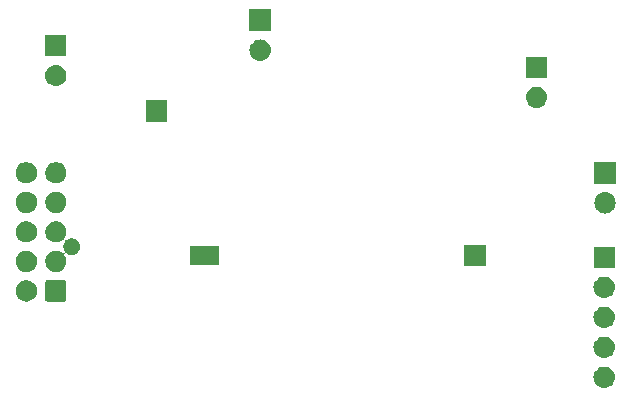
<source format=gbr>
G04 #@! TF.GenerationSoftware,KiCad,Pcbnew,5.1.0-unknown-03bce55~82~ubuntu18.04.1*
G04 #@! TF.CreationDate,2019-04-16T12:19:05-06:00*
G04 #@! TF.ProjectId,batteryMonitor,62617474-6572-4794-9d6f-6e69746f722e,rev?*
G04 #@! TF.SameCoordinates,Original*
G04 #@! TF.FileFunction,Soldermask,Bot*
G04 #@! TF.FilePolarity,Negative*
%FSLAX46Y46*%
G04 Gerber Fmt 4.6, Leading zero omitted, Abs format (unit mm)*
G04 Created by KiCad (PCBNEW 5.1.0-unknown-03bce55~82~ubuntu18.04.1) date 2019-04-16 12:19:05*
%MOMM*%
%LPD*%
G04 APERTURE LIST*
%ADD10C,0.100000*%
G04 APERTURE END LIST*
D10*
G36*
X142041522Y-90407398D02*
G01*
X142107707Y-90413917D01*
X142277546Y-90465437D01*
X142434071Y-90549102D01*
X142469809Y-90578432D01*
X142571266Y-90661694D01*
X142654528Y-90763151D01*
X142683858Y-90798889D01*
X142767523Y-90955414D01*
X142819043Y-91125253D01*
X142836439Y-91301880D01*
X142819043Y-91478507D01*
X142767523Y-91648346D01*
X142683858Y-91804871D01*
X142654528Y-91840609D01*
X142571266Y-91942066D01*
X142469809Y-92025328D01*
X142434071Y-92054658D01*
X142277546Y-92138323D01*
X142107707Y-92189843D01*
X142041523Y-92196361D01*
X141975340Y-92202880D01*
X141886820Y-92202880D01*
X141820637Y-92196361D01*
X141754453Y-92189843D01*
X141584614Y-92138323D01*
X141428089Y-92054658D01*
X141392351Y-92025328D01*
X141290894Y-91942066D01*
X141207632Y-91840609D01*
X141178302Y-91804871D01*
X141094637Y-91648346D01*
X141043117Y-91478507D01*
X141025721Y-91301880D01*
X141043117Y-91125253D01*
X141094637Y-90955414D01*
X141178302Y-90798889D01*
X141207632Y-90763151D01*
X141290894Y-90661694D01*
X141392351Y-90578432D01*
X141428089Y-90549102D01*
X141584614Y-90465437D01*
X141754453Y-90413917D01*
X141820638Y-90407398D01*
X141886820Y-90400880D01*
X141975340Y-90400880D01*
X142041522Y-90407398D01*
X142041522Y-90407398D01*
G37*
G36*
X142041523Y-87867399D02*
G01*
X142107707Y-87873917D01*
X142277546Y-87925437D01*
X142434071Y-88009102D01*
X142469809Y-88038432D01*
X142571266Y-88121694D01*
X142654528Y-88223151D01*
X142683858Y-88258889D01*
X142767523Y-88415414D01*
X142819043Y-88585253D01*
X142836439Y-88761880D01*
X142819043Y-88938507D01*
X142767523Y-89108346D01*
X142683858Y-89264871D01*
X142654528Y-89300609D01*
X142571266Y-89402066D01*
X142469809Y-89485328D01*
X142434071Y-89514658D01*
X142277546Y-89598323D01*
X142107707Y-89649843D01*
X142041523Y-89656361D01*
X141975340Y-89662880D01*
X141886820Y-89662880D01*
X141820637Y-89656361D01*
X141754453Y-89649843D01*
X141584614Y-89598323D01*
X141428089Y-89514658D01*
X141392351Y-89485328D01*
X141290894Y-89402066D01*
X141207632Y-89300609D01*
X141178302Y-89264871D01*
X141094637Y-89108346D01*
X141043117Y-88938507D01*
X141025721Y-88761880D01*
X141043117Y-88585253D01*
X141094637Y-88415414D01*
X141178302Y-88258889D01*
X141207632Y-88223151D01*
X141290894Y-88121694D01*
X141392351Y-88038432D01*
X141428089Y-88009102D01*
X141584614Y-87925437D01*
X141754453Y-87873917D01*
X141820637Y-87867399D01*
X141886820Y-87860880D01*
X141975340Y-87860880D01*
X142041523Y-87867399D01*
X142041523Y-87867399D01*
G37*
G36*
X142041522Y-85327398D02*
G01*
X142107707Y-85333917D01*
X142277546Y-85385437D01*
X142434071Y-85469102D01*
X142469809Y-85498432D01*
X142571266Y-85581694D01*
X142654528Y-85683151D01*
X142683858Y-85718889D01*
X142767523Y-85875414D01*
X142819043Y-86045253D01*
X142836439Y-86221880D01*
X142819043Y-86398507D01*
X142767523Y-86568346D01*
X142683858Y-86724871D01*
X142654528Y-86760609D01*
X142571266Y-86862066D01*
X142469809Y-86945328D01*
X142434071Y-86974658D01*
X142277546Y-87058323D01*
X142107707Y-87109843D01*
X142041522Y-87116362D01*
X141975340Y-87122880D01*
X141886820Y-87122880D01*
X141820638Y-87116362D01*
X141754453Y-87109843D01*
X141584614Y-87058323D01*
X141428089Y-86974658D01*
X141392351Y-86945328D01*
X141290894Y-86862066D01*
X141207632Y-86760609D01*
X141178302Y-86724871D01*
X141094637Y-86568346D01*
X141043117Y-86398507D01*
X141025721Y-86221880D01*
X141043117Y-86045253D01*
X141094637Y-85875414D01*
X141178302Y-85718889D01*
X141207632Y-85683151D01*
X141290894Y-85581694D01*
X141392351Y-85498432D01*
X141428089Y-85469102D01*
X141584614Y-85385437D01*
X141754453Y-85333917D01*
X141820638Y-85327398D01*
X141886820Y-85320880D01*
X141975340Y-85320880D01*
X142041522Y-85327398D01*
X142041522Y-85327398D01*
G37*
G36*
X93110716Y-83088789D02*
G01*
X93264732Y-83119424D01*
X93428704Y-83187344D01*
X93576274Y-83285947D01*
X93701773Y-83411446D01*
X93800376Y-83559016D01*
X93868296Y-83722988D01*
X93902920Y-83897059D01*
X93902920Y-84074541D01*
X93868296Y-84248612D01*
X93800376Y-84412584D01*
X93701773Y-84560154D01*
X93576274Y-84685653D01*
X93428704Y-84784256D01*
X93264732Y-84852176D01*
X93116261Y-84881708D01*
X93090662Y-84886800D01*
X92913178Y-84886800D01*
X92887579Y-84881708D01*
X92739108Y-84852176D01*
X92575136Y-84784256D01*
X92427566Y-84685653D01*
X92302067Y-84560154D01*
X92203464Y-84412584D01*
X92135544Y-84248612D01*
X92100920Y-84074541D01*
X92100920Y-83897059D01*
X92135544Y-83722988D01*
X92203464Y-83559016D01*
X92302067Y-83411446D01*
X92427566Y-83285947D01*
X92575136Y-83187344D01*
X92739108Y-83119424D01*
X92893124Y-83088789D01*
X92913178Y-83084800D01*
X93090662Y-83084800D01*
X93110716Y-83088789D01*
X93110716Y-83088789D01*
G37*
G36*
X96260520Y-83088789D02*
G01*
X96293572Y-83098815D01*
X96324023Y-83115092D01*
X96350719Y-83137001D01*
X96372628Y-83163697D01*
X96388905Y-83194148D01*
X96398931Y-83227200D01*
X96402920Y-83267703D01*
X96402920Y-84703897D01*
X96398931Y-84744400D01*
X96388905Y-84777452D01*
X96372628Y-84807903D01*
X96350719Y-84834599D01*
X96324023Y-84856508D01*
X96293572Y-84872785D01*
X96260520Y-84882811D01*
X96220017Y-84886800D01*
X94783823Y-84886800D01*
X94743320Y-84882811D01*
X94710268Y-84872785D01*
X94679817Y-84856508D01*
X94653121Y-84834599D01*
X94631212Y-84807903D01*
X94614935Y-84777452D01*
X94604909Y-84744400D01*
X94600920Y-84703897D01*
X94600920Y-83267703D01*
X94604909Y-83227200D01*
X94614935Y-83194148D01*
X94631212Y-83163697D01*
X94653121Y-83137001D01*
X94679817Y-83115092D01*
X94710268Y-83098815D01*
X94743320Y-83088789D01*
X94783823Y-83084800D01*
X96220017Y-83084800D01*
X96260520Y-83088789D01*
X96260520Y-83088789D01*
G37*
G36*
X142041523Y-82787399D02*
G01*
X142107707Y-82793917D01*
X142277546Y-82845437D01*
X142434071Y-82929102D01*
X142469809Y-82958432D01*
X142571266Y-83041694D01*
X142631501Y-83115092D01*
X142683858Y-83178889D01*
X142767523Y-83335414D01*
X142819043Y-83505253D01*
X142836439Y-83681880D01*
X142819043Y-83858507D01*
X142767523Y-84028346D01*
X142683858Y-84184871D01*
X142654528Y-84220609D01*
X142571266Y-84322066D01*
X142469809Y-84405328D01*
X142434071Y-84434658D01*
X142277546Y-84518323D01*
X142107707Y-84569843D01*
X142041522Y-84576362D01*
X141975340Y-84582880D01*
X141886820Y-84582880D01*
X141820638Y-84576362D01*
X141754453Y-84569843D01*
X141584614Y-84518323D01*
X141428089Y-84434658D01*
X141392351Y-84405328D01*
X141290894Y-84322066D01*
X141207632Y-84220609D01*
X141178302Y-84184871D01*
X141094637Y-84028346D01*
X141043117Y-83858507D01*
X141025721Y-83681880D01*
X141043117Y-83505253D01*
X141094637Y-83335414D01*
X141178302Y-83178889D01*
X141230659Y-83115092D01*
X141290894Y-83041694D01*
X141392351Y-82958432D01*
X141428089Y-82929102D01*
X141584614Y-82845437D01*
X141754453Y-82793917D01*
X141820637Y-82787399D01*
X141886820Y-82780880D01*
X141975340Y-82780880D01*
X142041523Y-82787399D01*
X142041523Y-82787399D01*
G37*
G36*
X93115432Y-80589727D02*
G01*
X93264732Y-80619424D01*
X93428704Y-80687344D01*
X93576274Y-80785947D01*
X93701773Y-80911446D01*
X93800376Y-81059016D01*
X93868296Y-81222988D01*
X93902920Y-81397059D01*
X93902920Y-81574541D01*
X93868296Y-81748612D01*
X93800376Y-81912584D01*
X93701773Y-82060154D01*
X93576274Y-82185653D01*
X93428704Y-82284256D01*
X93264732Y-82352176D01*
X93115432Y-82381873D01*
X93090662Y-82386800D01*
X92913178Y-82386800D01*
X92888408Y-82381873D01*
X92739108Y-82352176D01*
X92575136Y-82284256D01*
X92427566Y-82185653D01*
X92302067Y-82060154D01*
X92203464Y-81912584D01*
X92135544Y-81748612D01*
X92100920Y-81574541D01*
X92100920Y-81397059D01*
X92135544Y-81222988D01*
X92203464Y-81059016D01*
X92302067Y-80911446D01*
X92427566Y-80785947D01*
X92575136Y-80687344D01*
X92739108Y-80619424D01*
X92888408Y-80589727D01*
X92913178Y-80584800D01*
X93090662Y-80584800D01*
X93115432Y-80589727D01*
X93115432Y-80589727D01*
G37*
G36*
X95615432Y-78089727D02*
G01*
X95764732Y-78119424D01*
X95928704Y-78187344D01*
X96076274Y-78285947D01*
X96201773Y-78411446D01*
X96300376Y-78559016D01*
X96368296Y-78722988D01*
X96402920Y-78897059D01*
X96402920Y-79074541D01*
X96368296Y-79248612D01*
X96300376Y-79412584D01*
X96300375Y-79412585D01*
X96236698Y-79507885D01*
X96225147Y-79529495D01*
X96218034Y-79552944D01*
X96215632Y-79577330D01*
X96218034Y-79601717D01*
X96225147Y-79625165D01*
X96236698Y-79646776D01*
X96252244Y-79665718D01*
X96271186Y-79681263D01*
X96292796Y-79692814D01*
X96316245Y-79699927D01*
X96340631Y-79702329D01*
X96365018Y-79699927D01*
X96388466Y-79692814D01*
X96410074Y-79681264D01*
X96509872Y-79614582D01*
X96509874Y-79614581D01*
X96637447Y-79561738D01*
X96772876Y-79534800D01*
X96910964Y-79534800D01*
X97046393Y-79561738D01*
X97173969Y-79614582D01*
X97288779Y-79691295D01*
X97386425Y-79788941D01*
X97463138Y-79903751D01*
X97515982Y-80031327D01*
X97542920Y-80166756D01*
X97542920Y-80304844D01*
X97515982Y-80440273D01*
X97463138Y-80567849D01*
X97386425Y-80682659D01*
X97288779Y-80780305D01*
X97173969Y-80857018D01*
X97046393Y-80909862D01*
X96910964Y-80936800D01*
X96772876Y-80936800D01*
X96637447Y-80909862D01*
X96509874Y-80857019D01*
X96509873Y-80857019D01*
X96509872Y-80857018D01*
X96410074Y-80790336D01*
X96388466Y-80778786D01*
X96365017Y-80771673D01*
X96340631Y-80769271D01*
X96316245Y-80771673D01*
X96292796Y-80778786D01*
X96271185Y-80790337D01*
X96252243Y-80805882D01*
X96236698Y-80824824D01*
X96225147Y-80846435D01*
X96218034Y-80869884D01*
X96215632Y-80894270D01*
X96218034Y-80918656D01*
X96225147Y-80942105D01*
X96236698Y-80963715D01*
X96300376Y-81059016D01*
X96368296Y-81222988D01*
X96402920Y-81397059D01*
X96402920Y-81574541D01*
X96368296Y-81748612D01*
X96300376Y-81912584D01*
X96201773Y-82060154D01*
X96076274Y-82185653D01*
X95928704Y-82284256D01*
X95764732Y-82352176D01*
X95615432Y-82381873D01*
X95590662Y-82386800D01*
X95413178Y-82386800D01*
X95388408Y-82381873D01*
X95239108Y-82352176D01*
X95075136Y-82284256D01*
X94927566Y-82185653D01*
X94802067Y-82060154D01*
X94703464Y-81912584D01*
X94635544Y-81748612D01*
X94600920Y-81574541D01*
X94600920Y-81397059D01*
X94635544Y-81222988D01*
X94703464Y-81059016D01*
X94802067Y-80911446D01*
X94927566Y-80785947D01*
X95075136Y-80687344D01*
X95239108Y-80619424D01*
X95388408Y-80589727D01*
X95413178Y-80584800D01*
X95590662Y-80584800D01*
X95615432Y-80589727D01*
X95764732Y-80619424D01*
X95928704Y-80687344D01*
X96076274Y-80785947D01*
X96076279Y-80785952D01*
X96077955Y-80787072D01*
X96099566Y-80798623D01*
X96123015Y-80805736D01*
X96147401Y-80808138D01*
X96171787Y-80805736D01*
X96195236Y-80798623D01*
X96216846Y-80787072D01*
X96235788Y-80771527D01*
X96251334Y-80752585D01*
X96262885Y-80730974D01*
X96269998Y-80707525D01*
X96272400Y-80683139D01*
X96269998Y-80658753D01*
X96262885Y-80635304D01*
X96251335Y-80613694D01*
X96232029Y-80584800D01*
X96220702Y-80567848D01*
X96205224Y-80530480D01*
X96167858Y-80440273D01*
X96140920Y-80304844D01*
X96140920Y-80166756D01*
X96167858Y-80031327D01*
X96220701Y-79903755D01*
X96220702Y-79903752D01*
X96251335Y-79857906D01*
X96262885Y-79836295D01*
X96269998Y-79812846D01*
X96272400Y-79788460D01*
X96269998Y-79764074D01*
X96262885Y-79740625D01*
X96251333Y-79719014D01*
X96235788Y-79700072D01*
X96216846Y-79684527D01*
X96195235Y-79672977D01*
X96171786Y-79665864D01*
X96147400Y-79663462D01*
X96123014Y-79665864D01*
X96099565Y-79672977D01*
X96077955Y-79684528D01*
X96076279Y-79685648D01*
X96076274Y-79685653D01*
X95928704Y-79784256D01*
X95764732Y-79852176D01*
X95615432Y-79881873D01*
X95590662Y-79886800D01*
X95413178Y-79886800D01*
X95388408Y-79881873D01*
X95239108Y-79852176D01*
X95075136Y-79784256D01*
X94927566Y-79685653D01*
X94802067Y-79560154D01*
X94703464Y-79412584D01*
X94635544Y-79248612D01*
X94600920Y-79074541D01*
X94600920Y-78897059D01*
X94635544Y-78722988D01*
X94703464Y-78559016D01*
X94802067Y-78411446D01*
X94927566Y-78285947D01*
X95075136Y-78187344D01*
X95239108Y-78119424D01*
X95388408Y-78089727D01*
X95413178Y-78084800D01*
X95590662Y-78084800D01*
X95615432Y-78089727D01*
X95615432Y-78089727D01*
G37*
G36*
X142832080Y-82042880D02*
G01*
X141030080Y-82042880D01*
X141030080Y-80240880D01*
X142832080Y-80240880D01*
X142832080Y-82042880D01*
X142832080Y-82042880D01*
G37*
G36*
X131901000Y-81901000D02*
G01*
X130099000Y-81901000D01*
X130099000Y-80099000D01*
X131901000Y-80099000D01*
X131901000Y-81901000D01*
X131901000Y-81901000D01*
G37*
G36*
X109301000Y-81801000D02*
G01*
X106899000Y-81801000D01*
X106899000Y-80199000D01*
X109301000Y-80199000D01*
X109301000Y-81801000D01*
X109301000Y-81801000D01*
G37*
G36*
X93115432Y-78089727D02*
G01*
X93264732Y-78119424D01*
X93428704Y-78187344D01*
X93576274Y-78285947D01*
X93701773Y-78411446D01*
X93800376Y-78559016D01*
X93868296Y-78722988D01*
X93902920Y-78897059D01*
X93902920Y-79074541D01*
X93868296Y-79248612D01*
X93800376Y-79412584D01*
X93701773Y-79560154D01*
X93576274Y-79685653D01*
X93428704Y-79784256D01*
X93264732Y-79852176D01*
X93115432Y-79881873D01*
X93090662Y-79886800D01*
X92913178Y-79886800D01*
X92888408Y-79881873D01*
X92739108Y-79852176D01*
X92575136Y-79784256D01*
X92427566Y-79685653D01*
X92302067Y-79560154D01*
X92203464Y-79412584D01*
X92135544Y-79248612D01*
X92100920Y-79074541D01*
X92100920Y-78897059D01*
X92135544Y-78722988D01*
X92203464Y-78559016D01*
X92302067Y-78411446D01*
X92427566Y-78285947D01*
X92575136Y-78187344D01*
X92739108Y-78119424D01*
X92888408Y-78089727D01*
X92913178Y-78084800D01*
X93090662Y-78084800D01*
X93115432Y-78089727D01*
X93115432Y-78089727D01*
G37*
G36*
X142110442Y-75645518D02*
G01*
X142176627Y-75652037D01*
X142346466Y-75703557D01*
X142502991Y-75787222D01*
X142538729Y-75816552D01*
X142640186Y-75899814D01*
X142723448Y-76001271D01*
X142752778Y-76037009D01*
X142836443Y-76193534D01*
X142887963Y-76363373D01*
X142905359Y-76540000D01*
X142887963Y-76716627D01*
X142836443Y-76886466D01*
X142752778Y-77042991D01*
X142723448Y-77078729D01*
X142640186Y-77180186D01*
X142538729Y-77263448D01*
X142502991Y-77292778D01*
X142346466Y-77376443D01*
X142176627Y-77427963D01*
X142110442Y-77434482D01*
X142044260Y-77441000D01*
X141955740Y-77441000D01*
X141889558Y-77434482D01*
X141823373Y-77427963D01*
X141653534Y-77376443D01*
X141497009Y-77292778D01*
X141461271Y-77263448D01*
X141359814Y-77180186D01*
X141276552Y-77078729D01*
X141247222Y-77042991D01*
X141163557Y-76886466D01*
X141112037Y-76716627D01*
X141094641Y-76540000D01*
X141112037Y-76363373D01*
X141163557Y-76193534D01*
X141247222Y-76037009D01*
X141276552Y-76001271D01*
X141359814Y-75899814D01*
X141461271Y-75816552D01*
X141497009Y-75787222D01*
X141653534Y-75703557D01*
X141823373Y-75652037D01*
X141889558Y-75645518D01*
X141955740Y-75639000D01*
X142044260Y-75639000D01*
X142110442Y-75645518D01*
X142110442Y-75645518D01*
G37*
G36*
X93115432Y-75589727D02*
G01*
X93264732Y-75619424D01*
X93428704Y-75687344D01*
X93576274Y-75785947D01*
X93701773Y-75911446D01*
X93800376Y-76059016D01*
X93868296Y-76222988D01*
X93902920Y-76397059D01*
X93902920Y-76574541D01*
X93868296Y-76748612D01*
X93800376Y-76912584D01*
X93701773Y-77060154D01*
X93576274Y-77185653D01*
X93428704Y-77284256D01*
X93264732Y-77352176D01*
X93115432Y-77381873D01*
X93090662Y-77386800D01*
X92913178Y-77386800D01*
X92888408Y-77381873D01*
X92739108Y-77352176D01*
X92575136Y-77284256D01*
X92427566Y-77185653D01*
X92302067Y-77060154D01*
X92203464Y-76912584D01*
X92135544Y-76748612D01*
X92100920Y-76574541D01*
X92100920Y-76397059D01*
X92135544Y-76222988D01*
X92203464Y-76059016D01*
X92302067Y-75911446D01*
X92427566Y-75785947D01*
X92575136Y-75687344D01*
X92739108Y-75619424D01*
X92888408Y-75589727D01*
X92913178Y-75584800D01*
X93090662Y-75584800D01*
X93115432Y-75589727D01*
X93115432Y-75589727D01*
G37*
G36*
X95615432Y-75589727D02*
G01*
X95764732Y-75619424D01*
X95928704Y-75687344D01*
X96076274Y-75785947D01*
X96201773Y-75911446D01*
X96300376Y-76059016D01*
X96368296Y-76222988D01*
X96402920Y-76397059D01*
X96402920Y-76574541D01*
X96368296Y-76748612D01*
X96300376Y-76912584D01*
X96201773Y-77060154D01*
X96076274Y-77185653D01*
X95928704Y-77284256D01*
X95764732Y-77352176D01*
X95615432Y-77381873D01*
X95590662Y-77386800D01*
X95413178Y-77386800D01*
X95388408Y-77381873D01*
X95239108Y-77352176D01*
X95075136Y-77284256D01*
X94927566Y-77185653D01*
X94802067Y-77060154D01*
X94703464Y-76912584D01*
X94635544Y-76748612D01*
X94600920Y-76574541D01*
X94600920Y-76397059D01*
X94635544Y-76222988D01*
X94703464Y-76059016D01*
X94802067Y-75911446D01*
X94927566Y-75785947D01*
X95075136Y-75687344D01*
X95239108Y-75619424D01*
X95388408Y-75589727D01*
X95413178Y-75584800D01*
X95590662Y-75584800D01*
X95615432Y-75589727D01*
X95615432Y-75589727D01*
G37*
G36*
X142901000Y-74901000D02*
G01*
X141099000Y-74901000D01*
X141099000Y-73099000D01*
X142901000Y-73099000D01*
X142901000Y-74901000D01*
X142901000Y-74901000D01*
G37*
G36*
X93115432Y-73089727D02*
G01*
X93264732Y-73119424D01*
X93428704Y-73187344D01*
X93576274Y-73285947D01*
X93701773Y-73411446D01*
X93800376Y-73559016D01*
X93868296Y-73722988D01*
X93902920Y-73897059D01*
X93902920Y-74074541D01*
X93868296Y-74248612D01*
X93800376Y-74412584D01*
X93701773Y-74560154D01*
X93576274Y-74685653D01*
X93428704Y-74784256D01*
X93264732Y-74852176D01*
X93115432Y-74881873D01*
X93090662Y-74886800D01*
X92913178Y-74886800D01*
X92888408Y-74881873D01*
X92739108Y-74852176D01*
X92575136Y-74784256D01*
X92427566Y-74685653D01*
X92302067Y-74560154D01*
X92203464Y-74412584D01*
X92135544Y-74248612D01*
X92100920Y-74074541D01*
X92100920Y-73897059D01*
X92135544Y-73722988D01*
X92203464Y-73559016D01*
X92302067Y-73411446D01*
X92427566Y-73285947D01*
X92575136Y-73187344D01*
X92739108Y-73119424D01*
X92888408Y-73089727D01*
X92913178Y-73084800D01*
X93090662Y-73084800D01*
X93115432Y-73089727D01*
X93115432Y-73089727D01*
G37*
G36*
X95615432Y-73089727D02*
G01*
X95764732Y-73119424D01*
X95928704Y-73187344D01*
X96076274Y-73285947D01*
X96201773Y-73411446D01*
X96300376Y-73559016D01*
X96368296Y-73722988D01*
X96402920Y-73897059D01*
X96402920Y-74074541D01*
X96368296Y-74248612D01*
X96300376Y-74412584D01*
X96201773Y-74560154D01*
X96076274Y-74685653D01*
X95928704Y-74784256D01*
X95764732Y-74852176D01*
X95615432Y-74881873D01*
X95590662Y-74886800D01*
X95413178Y-74886800D01*
X95388408Y-74881873D01*
X95239108Y-74852176D01*
X95075136Y-74784256D01*
X94927566Y-74685653D01*
X94802067Y-74560154D01*
X94703464Y-74412584D01*
X94635544Y-74248612D01*
X94600920Y-74074541D01*
X94600920Y-73897059D01*
X94635544Y-73722988D01*
X94703464Y-73559016D01*
X94802067Y-73411446D01*
X94927566Y-73285947D01*
X95075136Y-73187344D01*
X95239108Y-73119424D01*
X95388408Y-73089727D01*
X95413178Y-73084800D01*
X95590662Y-73084800D01*
X95615432Y-73089727D01*
X95615432Y-73089727D01*
G37*
G36*
X104901000Y-69651000D02*
G01*
X103099000Y-69651000D01*
X103099000Y-67849000D01*
X104901000Y-67849000D01*
X104901000Y-69651000D01*
X104901000Y-69651000D01*
G37*
G36*
X136310442Y-66705518D02*
G01*
X136376627Y-66712037D01*
X136546466Y-66763557D01*
X136702991Y-66847222D01*
X136738729Y-66876552D01*
X136840186Y-66959814D01*
X136923448Y-67061271D01*
X136952778Y-67097009D01*
X137036443Y-67253534D01*
X137087963Y-67423373D01*
X137105359Y-67600000D01*
X137087963Y-67776627D01*
X137036443Y-67946466D01*
X136952778Y-68102991D01*
X136923448Y-68138729D01*
X136840186Y-68240186D01*
X136738729Y-68323448D01*
X136702991Y-68352778D01*
X136546466Y-68436443D01*
X136376627Y-68487963D01*
X136310442Y-68494482D01*
X136244260Y-68501000D01*
X136155740Y-68501000D01*
X136089558Y-68494482D01*
X136023373Y-68487963D01*
X135853534Y-68436443D01*
X135697009Y-68352778D01*
X135661271Y-68323448D01*
X135559814Y-68240186D01*
X135476552Y-68138729D01*
X135447222Y-68102991D01*
X135363557Y-67946466D01*
X135312037Y-67776627D01*
X135294641Y-67600000D01*
X135312037Y-67423373D01*
X135363557Y-67253534D01*
X135447222Y-67097009D01*
X135476552Y-67061271D01*
X135559814Y-66959814D01*
X135661271Y-66876552D01*
X135697009Y-66847222D01*
X135853534Y-66763557D01*
X136023373Y-66712037D01*
X136089558Y-66705518D01*
X136155740Y-66699000D01*
X136244260Y-66699000D01*
X136310442Y-66705518D01*
X136310442Y-66705518D01*
G37*
G36*
X95610443Y-64855519D02*
G01*
X95676627Y-64862037D01*
X95846466Y-64913557D01*
X96002991Y-64997222D01*
X96038729Y-65026552D01*
X96140186Y-65109814D01*
X96223448Y-65211271D01*
X96252778Y-65247009D01*
X96336443Y-65403534D01*
X96387963Y-65573373D01*
X96405359Y-65750000D01*
X96387963Y-65926627D01*
X96336443Y-66096466D01*
X96252778Y-66252991D01*
X96223448Y-66288729D01*
X96140186Y-66390186D01*
X96038729Y-66473448D01*
X96002991Y-66502778D01*
X95846466Y-66586443D01*
X95676627Y-66637963D01*
X95610442Y-66644482D01*
X95544260Y-66651000D01*
X95455740Y-66651000D01*
X95389558Y-66644482D01*
X95323373Y-66637963D01*
X95153534Y-66586443D01*
X94997009Y-66502778D01*
X94961271Y-66473448D01*
X94859814Y-66390186D01*
X94776552Y-66288729D01*
X94747222Y-66252991D01*
X94663557Y-66096466D01*
X94612037Y-65926627D01*
X94594641Y-65750000D01*
X94612037Y-65573373D01*
X94663557Y-65403534D01*
X94747222Y-65247009D01*
X94776552Y-65211271D01*
X94859814Y-65109814D01*
X94961271Y-65026552D01*
X94997009Y-64997222D01*
X95153534Y-64913557D01*
X95323373Y-64862037D01*
X95389557Y-64855519D01*
X95455740Y-64849000D01*
X95544260Y-64849000D01*
X95610443Y-64855519D01*
X95610443Y-64855519D01*
G37*
G36*
X137101000Y-65961000D02*
G01*
X135299000Y-65961000D01*
X135299000Y-64159000D01*
X137101000Y-64159000D01*
X137101000Y-65961000D01*
X137101000Y-65961000D01*
G37*
G36*
X112910442Y-62705518D02*
G01*
X112976627Y-62712037D01*
X113146466Y-62763557D01*
X113302991Y-62847222D01*
X113338729Y-62876552D01*
X113440186Y-62959814D01*
X113523448Y-63061271D01*
X113552778Y-63097009D01*
X113636443Y-63253534D01*
X113687963Y-63423373D01*
X113705359Y-63600000D01*
X113687963Y-63776627D01*
X113636443Y-63946466D01*
X113552778Y-64102991D01*
X113546205Y-64111000D01*
X113440186Y-64240186D01*
X113338729Y-64323448D01*
X113302991Y-64352778D01*
X113146466Y-64436443D01*
X112976627Y-64487963D01*
X112910442Y-64494482D01*
X112844260Y-64501000D01*
X112755740Y-64501000D01*
X112689558Y-64494482D01*
X112623373Y-64487963D01*
X112453534Y-64436443D01*
X112297009Y-64352778D01*
X112261271Y-64323448D01*
X112159814Y-64240186D01*
X112053795Y-64111000D01*
X112047222Y-64102991D01*
X111963557Y-63946466D01*
X111912037Y-63776627D01*
X111894641Y-63600000D01*
X111912037Y-63423373D01*
X111963557Y-63253534D01*
X112047222Y-63097009D01*
X112076552Y-63061271D01*
X112159814Y-62959814D01*
X112261271Y-62876552D01*
X112297009Y-62847222D01*
X112453534Y-62763557D01*
X112623373Y-62712037D01*
X112689558Y-62705518D01*
X112755740Y-62699000D01*
X112844260Y-62699000D01*
X112910442Y-62705518D01*
X112910442Y-62705518D01*
G37*
G36*
X96401000Y-64111000D02*
G01*
X94599000Y-64111000D01*
X94599000Y-62309000D01*
X96401000Y-62309000D01*
X96401000Y-64111000D01*
X96401000Y-64111000D01*
G37*
G36*
X113701000Y-61961000D02*
G01*
X111899000Y-61961000D01*
X111899000Y-60159000D01*
X113701000Y-60159000D01*
X113701000Y-61961000D01*
X113701000Y-61961000D01*
G37*
M02*

</source>
